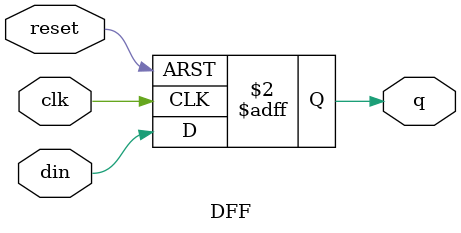
<source format=v>
`timescale 1ns / 1ps


module DFF(din,q,reset,clk);
input din,reset,clk;
output reg q;
always @(posedge clk or posedge reset)
if (reset)
begin
    q<=0;
end 
else
begin
    q<=din;
end
endmodule

</source>
